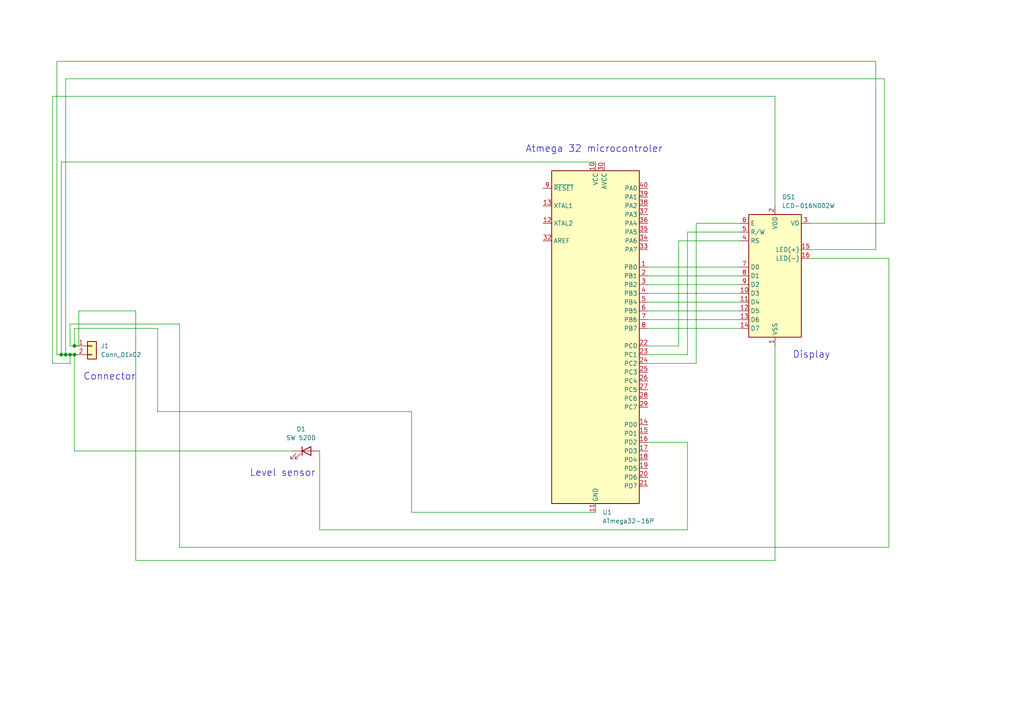
<source format=kicad_sch>
(kicad_sch (version 20211123) (generator eeschema)

  (uuid 84ada817-ad78-47de-84f9-6ed0c27dd57f)

  (paper "A4")

  (title_block
    (title "Level sensor")
  )

  (lib_symbols
    (symbol "Connector_Generic:Conn_01x02" (pin_names (offset 1.016) hide) (in_bom yes) (on_board yes)
      (property "Reference" "J" (id 0) (at 0 2.54 0)
        (effects (font (size 1.27 1.27)))
      )
      (property "Value" "Conn_01x02" (id 1) (at 0 -5.08 0)
        (effects (font (size 1.27 1.27)))
      )
      (property "Footprint" "" (id 2) (at 0 0 0)
        (effects (font (size 1.27 1.27)) hide)
      )
      (property "Datasheet" "~" (id 3) (at 0 0 0)
        (effects (font (size 1.27 1.27)) hide)
      )
      (property "ki_keywords" "connector" (id 4) (at 0 0 0)
        (effects (font (size 1.27 1.27)) hide)
      )
      (property "ki_description" "Generic connector, single row, 01x02, script generated (kicad-library-utils/schlib/autogen/connector/)" (id 5) (at 0 0 0)
        (effects (font (size 1.27 1.27)) hide)
      )
      (property "ki_fp_filters" "Connector*:*_1x??_*" (id 6) (at 0 0 0)
        (effects (font (size 1.27 1.27)) hide)
      )
      (symbol "Conn_01x02_1_1"
        (rectangle (start -1.27 -2.413) (end 0 -2.667)
          (stroke (width 0.1524) (type default) (color 0 0 0 0))
          (fill (type none))
        )
        (rectangle (start -1.27 0.127) (end 0 -0.127)
          (stroke (width 0.1524) (type default) (color 0 0 0 0))
          (fill (type none))
        )
        (rectangle (start -1.27 1.27) (end 1.27 -3.81)
          (stroke (width 0.254) (type default) (color 0 0 0 0))
          (fill (type background))
        )
        (pin passive line (at -5.08 0 0) (length 3.81)
          (name "Pin_1" (effects (font (size 1.27 1.27))))
          (number "1" (effects (font (size 1.27 1.27))))
        )
        (pin passive line (at -5.08 -2.54 0) (length 3.81)
          (name "Pin_2" (effects (font (size 1.27 1.27))))
          (number "2" (effects (font (size 1.27 1.27))))
        )
      )
    )
    (symbol "Device:LED" (pin_numbers hide) (pin_names (offset 1.016) hide) (in_bom yes) (on_board yes)
      (property "Reference" "D" (id 0) (at 0 2.54 0)
        (effects (font (size 1.27 1.27)))
      )
      (property "Value" "LED" (id 1) (at 0 -2.54 0)
        (effects (font (size 1.27 1.27)))
      )
      (property "Footprint" "" (id 2) (at 0 0 0)
        (effects (font (size 1.27 1.27)) hide)
      )
      (property "Datasheet" "~" (id 3) (at 0 0 0)
        (effects (font (size 1.27 1.27)) hide)
      )
      (property "ki_keywords" "LED diode" (id 4) (at 0 0 0)
        (effects (font (size 1.27 1.27)) hide)
      )
      (property "ki_description" "Light emitting diode" (id 5) (at 0 0 0)
        (effects (font (size 1.27 1.27)) hide)
      )
      (property "ki_fp_filters" "LED* LED_SMD:* LED_THT:*" (id 6) (at 0 0 0)
        (effects (font (size 1.27 1.27)) hide)
      )
      (symbol "LED_0_1"
        (polyline
          (pts
            (xy -1.27 -1.27)
            (xy -1.27 1.27)
          )
          (stroke (width 0.254) (type default) (color 0 0 0 0))
          (fill (type none))
        )
        (polyline
          (pts
            (xy -1.27 0)
            (xy 1.27 0)
          )
          (stroke (width 0) (type default) (color 0 0 0 0))
          (fill (type none))
        )
        (polyline
          (pts
            (xy 1.27 -1.27)
            (xy 1.27 1.27)
            (xy -1.27 0)
            (xy 1.27 -1.27)
          )
          (stroke (width 0.254) (type default) (color 0 0 0 0))
          (fill (type none))
        )
        (polyline
          (pts
            (xy -3.048 -0.762)
            (xy -4.572 -2.286)
            (xy -3.81 -2.286)
            (xy -4.572 -2.286)
            (xy -4.572 -1.524)
          )
          (stroke (width 0) (type default) (color 0 0 0 0))
          (fill (type none))
        )
        (polyline
          (pts
            (xy -1.778 -0.762)
            (xy -3.302 -2.286)
            (xy -2.54 -2.286)
            (xy -3.302 -2.286)
            (xy -3.302 -1.524)
          )
          (stroke (width 0) (type default) (color 0 0 0 0))
          (fill (type none))
        )
      )
      (symbol "LED_1_1"
        (pin passive line (at -3.81 0 0) (length 2.54)
          (name "K" (effects (font (size 1.27 1.27))))
          (number "1" (effects (font (size 1.27 1.27))))
        )
        (pin passive line (at 3.81 0 180) (length 2.54)
          (name "A" (effects (font (size 1.27 1.27))))
          (number "2" (effects (font (size 1.27 1.27))))
        )
      )
    )
    (symbol "Display_Character:WC1602A" (in_bom yes) (on_board yes)
      (property "Reference" "DS" (id 0) (at -5.842 19.05 0)
        (effects (font (size 1.27 1.27)))
      )
      (property "Value" "WC1602A" (id 1) (at 5.334 19.05 0)
        (effects (font (size 1.27 1.27)))
      )
      (property "Footprint" "Display:WC1602A" (id 2) (at 0 -22.86 0)
        (effects (font (size 1.27 1.27) italic) hide)
      )
      (property "Datasheet" "http://www.wincomlcd.com/pdf/WC1602A-SFYLYHTC06.pdf" (id 3) (at 17.78 0 0)
        (effects (font (size 1.27 1.27)) hide)
      )
      (property "ki_keywords" "display LCD dot-matrix" (id 4) (at 0 0 0)
        (effects (font (size 1.27 1.27)) hide)
      )
      (property "ki_description" "LCD 16x2 Alphanumeric , 8 bit parallel bus, 5V VDD" (id 5) (at 0 0 0)
        (effects (font (size 1.27 1.27)) hide)
      )
      (property "ki_fp_filters" "*WC*1602A*" (id 6) (at 0 0 0)
        (effects (font (size 1.27 1.27)) hide)
      )
      (symbol "WC1602A_1_1"
        (rectangle (start -7.62 17.78) (end 7.62 -17.78)
          (stroke (width 0.254) (type default) (color 0 0 0 0))
          (fill (type background))
        )
        (pin power_in line (at 0 -20.32 90) (length 2.54)
          (name "VSS" (effects (font (size 1.27 1.27))))
          (number "1" (effects (font (size 1.27 1.27))))
        )
        (pin input line (at -10.16 -5.08 0) (length 2.54)
          (name "D3" (effects (font (size 1.27 1.27))))
          (number "10" (effects (font (size 1.27 1.27))))
        )
        (pin input line (at -10.16 -7.62 0) (length 2.54)
          (name "D4" (effects (font (size 1.27 1.27))))
          (number "11" (effects (font (size 1.27 1.27))))
        )
        (pin input line (at -10.16 -10.16 0) (length 2.54)
          (name "D5" (effects (font (size 1.27 1.27))))
          (number "12" (effects (font (size 1.27 1.27))))
        )
        (pin input line (at -10.16 -12.7 0) (length 2.54)
          (name "D6" (effects (font (size 1.27 1.27))))
          (number "13" (effects (font (size 1.27 1.27))))
        )
        (pin input line (at -10.16 -15.24 0) (length 2.54)
          (name "D7" (effects (font (size 1.27 1.27))))
          (number "14" (effects (font (size 1.27 1.27))))
        )
        (pin power_in line (at 10.16 7.62 180) (length 2.54)
          (name "LED(+)" (effects (font (size 1.27 1.27))))
          (number "15" (effects (font (size 1.27 1.27))))
        )
        (pin power_in line (at 10.16 5.08 180) (length 2.54)
          (name "LED(-)" (effects (font (size 1.27 1.27))))
          (number "16" (effects (font (size 1.27 1.27))))
        )
        (pin power_in line (at 0 20.32 270) (length 2.54)
          (name "VDD" (effects (font (size 1.27 1.27))))
          (number "2" (effects (font (size 1.27 1.27))))
        )
        (pin input line (at 10.16 15.24 180) (length 2.54)
          (name "VO" (effects (font (size 1.27 1.27))))
          (number "3" (effects (font (size 1.27 1.27))))
        )
        (pin input line (at -10.16 10.16 0) (length 2.54)
          (name "RS" (effects (font (size 1.27 1.27))))
          (number "4" (effects (font (size 1.27 1.27))))
        )
        (pin input line (at -10.16 12.7 0) (length 2.54)
          (name "R/W" (effects (font (size 1.27 1.27))))
          (number "5" (effects (font (size 1.27 1.27))))
        )
        (pin input line (at -10.16 15.24 0) (length 2.54)
          (name "E" (effects (font (size 1.27 1.27))))
          (number "6" (effects (font (size 1.27 1.27))))
        )
        (pin input line (at -10.16 2.54 0) (length 2.54)
          (name "D0" (effects (font (size 1.27 1.27))))
          (number "7" (effects (font (size 1.27 1.27))))
        )
        (pin input line (at -10.16 0 0) (length 2.54)
          (name "D1" (effects (font (size 1.27 1.27))))
          (number "8" (effects (font (size 1.27 1.27))))
        )
        (pin input line (at -10.16 -2.54 0) (length 2.54)
          (name "D2" (effects (font (size 1.27 1.27))))
          (number "9" (effects (font (size 1.27 1.27))))
        )
      )
    )
    (symbol "MCU_Microchip_ATmega:ATmega32-16P" (in_bom yes) (on_board yes)
      (property "Reference" "U" (id 0) (at -12.7 49.53 0)
        (effects (font (size 1.27 1.27)) (justify left bottom))
      )
      (property "Value" "ATmega32-16P" (id 1) (at 2.54 -49.53 0)
        (effects (font (size 1.27 1.27)) (justify left top))
      )
      (property "Footprint" "Package_DIP:DIP-40_W15.24mm" (id 2) (at 0 0 0)
        (effects (font (size 1.27 1.27) italic) hide)
      )
      (property "Datasheet" "http://ww1.microchip.com/downloads/en/DeviceDoc/doc2503.pdf" (id 3) (at 0 0 0)
        (effects (font (size 1.27 1.27)) hide)
      )
      (property "ki_keywords" "AVR 8bit Microcontroller MegaAVR" (id 4) (at 0 0 0)
        (effects (font (size 1.27 1.27)) hide)
      )
      (property "ki_description" "16MHz, 32kB Flash, 2kB SRAM, 1kB EEPROM, JTAG, DIP-40" (id 5) (at 0 0 0)
        (effects (font (size 1.27 1.27)) hide)
      )
      (property "ki_fp_filters" "DIP*W15.24mm*" (id 6) (at 0 0 0)
        (effects (font (size 1.27 1.27)) hide)
      )
      (symbol "ATmega32-16P_0_1"
        (rectangle (start -12.7 -48.26) (end 12.7 48.26)
          (stroke (width 0.254) (type default) (color 0 0 0 0))
          (fill (type background))
        )
      )
      (symbol "ATmega32-16P_1_1"
        (pin bidirectional line (at 15.24 20.32 180) (length 2.54)
          (name "PB0" (effects (font (size 1.27 1.27))))
          (number "1" (effects (font (size 1.27 1.27))))
        )
        (pin power_in line (at 0 50.8 270) (length 2.54)
          (name "VCC" (effects (font (size 1.27 1.27))))
          (number "10" (effects (font (size 1.27 1.27))))
        )
        (pin power_in line (at 0 -50.8 90) (length 2.54)
          (name "GND" (effects (font (size 1.27 1.27))))
          (number "11" (effects (font (size 1.27 1.27))))
        )
        (pin output line (at -15.24 33.02 0) (length 2.54)
          (name "XTAL2" (effects (font (size 1.27 1.27))))
          (number "12" (effects (font (size 1.27 1.27))))
        )
        (pin input line (at -15.24 38.1 0) (length 2.54)
          (name "XTAL1" (effects (font (size 1.27 1.27))))
          (number "13" (effects (font (size 1.27 1.27))))
        )
        (pin bidirectional line (at 15.24 -25.4 180) (length 2.54)
          (name "PD0" (effects (font (size 1.27 1.27))))
          (number "14" (effects (font (size 1.27 1.27))))
        )
        (pin bidirectional line (at 15.24 -27.94 180) (length 2.54)
          (name "PD1" (effects (font (size 1.27 1.27))))
          (number "15" (effects (font (size 1.27 1.27))))
        )
        (pin bidirectional line (at 15.24 -30.48 180) (length 2.54)
          (name "PD2" (effects (font (size 1.27 1.27))))
          (number "16" (effects (font (size 1.27 1.27))))
        )
        (pin bidirectional line (at 15.24 -33.02 180) (length 2.54)
          (name "PD3" (effects (font (size 1.27 1.27))))
          (number "17" (effects (font (size 1.27 1.27))))
        )
        (pin bidirectional line (at 15.24 -35.56 180) (length 2.54)
          (name "PD4" (effects (font (size 1.27 1.27))))
          (number "18" (effects (font (size 1.27 1.27))))
        )
        (pin bidirectional line (at 15.24 -38.1 180) (length 2.54)
          (name "PD5" (effects (font (size 1.27 1.27))))
          (number "19" (effects (font (size 1.27 1.27))))
        )
        (pin bidirectional line (at 15.24 17.78 180) (length 2.54)
          (name "PB1" (effects (font (size 1.27 1.27))))
          (number "2" (effects (font (size 1.27 1.27))))
        )
        (pin bidirectional line (at 15.24 -40.64 180) (length 2.54)
          (name "PD6" (effects (font (size 1.27 1.27))))
          (number "20" (effects (font (size 1.27 1.27))))
        )
        (pin bidirectional line (at 15.24 -43.18 180) (length 2.54)
          (name "PD7" (effects (font (size 1.27 1.27))))
          (number "21" (effects (font (size 1.27 1.27))))
        )
        (pin bidirectional line (at 15.24 -2.54 180) (length 2.54)
          (name "PC0" (effects (font (size 1.27 1.27))))
          (number "22" (effects (font (size 1.27 1.27))))
        )
        (pin bidirectional line (at 15.24 -5.08 180) (length 2.54)
          (name "PC1" (effects (font (size 1.27 1.27))))
          (number "23" (effects (font (size 1.27 1.27))))
        )
        (pin bidirectional line (at 15.24 -7.62 180) (length 2.54)
          (name "PC2" (effects (font (size 1.27 1.27))))
          (number "24" (effects (font (size 1.27 1.27))))
        )
        (pin bidirectional line (at 15.24 -10.16 180) (length 2.54)
          (name "PC3" (effects (font (size 1.27 1.27))))
          (number "25" (effects (font (size 1.27 1.27))))
        )
        (pin bidirectional line (at 15.24 -12.7 180) (length 2.54)
          (name "PC4" (effects (font (size 1.27 1.27))))
          (number "26" (effects (font (size 1.27 1.27))))
        )
        (pin bidirectional line (at 15.24 -15.24 180) (length 2.54)
          (name "PC5" (effects (font (size 1.27 1.27))))
          (number "27" (effects (font (size 1.27 1.27))))
        )
        (pin bidirectional line (at 15.24 -17.78 180) (length 2.54)
          (name "PC6" (effects (font (size 1.27 1.27))))
          (number "28" (effects (font (size 1.27 1.27))))
        )
        (pin bidirectional line (at 15.24 -20.32 180) (length 2.54)
          (name "PC7" (effects (font (size 1.27 1.27))))
          (number "29" (effects (font (size 1.27 1.27))))
        )
        (pin bidirectional line (at 15.24 15.24 180) (length 2.54)
          (name "PB2" (effects (font (size 1.27 1.27))))
          (number "3" (effects (font (size 1.27 1.27))))
        )
        (pin power_in line (at 2.54 50.8 270) (length 2.54)
          (name "AVCC" (effects (font (size 1.27 1.27))))
          (number "30" (effects (font (size 1.27 1.27))))
        )
        (pin passive line (at 0 -50.8 90) (length 2.54) hide
          (name "GND" (effects (font (size 1.27 1.27))))
          (number "31" (effects (font (size 1.27 1.27))))
        )
        (pin passive line (at -15.24 27.94 0) (length 2.54)
          (name "AREF" (effects (font (size 1.27 1.27))))
          (number "32" (effects (font (size 1.27 1.27))))
        )
        (pin bidirectional line (at 15.24 25.4 180) (length 2.54)
          (name "PA7" (effects (font (size 1.27 1.27))))
          (number "33" (effects (font (size 1.27 1.27))))
        )
        (pin bidirectional line (at 15.24 27.94 180) (length 2.54)
          (name "PA6" (effects (font (size 1.27 1.27))))
          (number "34" (effects (font (size 1.27 1.27))))
        )
        (pin bidirectional line (at 15.24 30.48 180) (length 2.54)
          (name "PA5" (effects (font (size 1.27 1.27))))
          (number "35" (effects (font (size 1.27 1.27))))
        )
        (pin bidirectional line (at 15.24 33.02 180) (length 2.54)
          (name "PA4" (effects (font (size 1.27 1.27))))
          (number "36" (effects (font (size 1.27 1.27))))
        )
        (pin bidirectional line (at 15.24 35.56 180) (length 2.54)
          (name "PA3" (effects (font (size 1.27 1.27))))
          (number "37" (effects (font (size 1.27 1.27))))
        )
        (pin bidirectional line (at 15.24 38.1 180) (length 2.54)
          (name "PA2" (effects (font (size 1.27 1.27))))
          (number "38" (effects (font (size 1.27 1.27))))
        )
        (pin bidirectional line (at 15.24 40.64 180) (length 2.54)
          (name "PA1" (effects (font (size 1.27 1.27))))
          (number "39" (effects (font (size 1.27 1.27))))
        )
        (pin bidirectional line (at 15.24 12.7 180) (length 2.54)
          (name "PB3" (effects (font (size 1.27 1.27))))
          (number "4" (effects (font (size 1.27 1.27))))
        )
        (pin bidirectional line (at 15.24 43.18 180) (length 2.54)
          (name "PA0" (effects (font (size 1.27 1.27))))
          (number "40" (effects (font (size 1.27 1.27))))
        )
        (pin bidirectional line (at 15.24 10.16 180) (length 2.54)
          (name "PB4" (effects (font (size 1.27 1.27))))
          (number "5" (effects (font (size 1.27 1.27))))
        )
        (pin bidirectional line (at 15.24 7.62 180) (length 2.54)
          (name "PB5" (effects (font (size 1.27 1.27))))
          (number "6" (effects (font (size 1.27 1.27))))
        )
        (pin bidirectional line (at 15.24 5.08 180) (length 2.54)
          (name "PB6" (effects (font (size 1.27 1.27))))
          (number "7" (effects (font (size 1.27 1.27))))
        )
        (pin bidirectional line (at 15.24 2.54 180) (length 2.54)
          (name "PB7" (effects (font (size 1.27 1.27))))
          (number "8" (effects (font (size 1.27 1.27))))
        )
        (pin input line (at -15.24 43.18 0) (length 2.54)
          (name "~{RESET}" (effects (font (size 1.27 1.27))))
          (number "9" (effects (font (size 1.27 1.27))))
        )
      )
    )
  )

  (junction (at 17.78 102.87) (diameter 0) (color 0 0 0 0)
    (uuid 3f036fda-3942-4271-96a0-4641b1c5f429)
  )
  (junction (at 19.05 102.87) (diameter 0) (color 0 0 0 0)
    (uuid 47c5ead2-f07e-41ed-aa2a-db0eefad8a62)
  )
  (junction (at 21.59 100.33) (diameter 0) (color 0 0 0 0)
    (uuid 9bc9323f-b47c-4191-b9b7-29a6d1e209d5)
  )
  (junction (at 20.32 102.87) (diameter 0) (color 0 0 0 0)
    (uuid b904c064-14dc-4d17-ad03-3dc4e7a45ec4)
  )
  (junction (at 21.59 102.87) (diameter 0) (color 0 0 0 0)
    (uuid e3cb42d6-c72a-42ac-91a7-5474d54c3701)
  )

  (wire (pts (xy 214.63 67.31) (xy 199.39 67.31))
    (stroke (width 0) (type default) (color 0 0 0 0))
    (uuid 02c561d4-8fcb-4517-87f4-d93dae88fa73)
  )
  (wire (pts (xy 21.59 102.87) (xy 21.59 130.81))
    (stroke (width 0) (type default) (color 0 0 0 0))
    (uuid 0c14f8ae-e40b-499f-b2e8-7b23121b88bd)
  )
  (wire (pts (xy 234.95 64.77) (xy 256.54 64.77))
    (stroke (width 0) (type default) (color 0 0 0 0))
    (uuid 0ef06eb2-b585-4f96-a34f-3f1ff70e84ed)
  )
  (wire (pts (xy 187.96 77.47) (xy 214.63 77.47))
    (stroke (width 0) (type default) (color 0 0 0 0))
    (uuid 1834ff3a-2d5f-4d51-a878-42d53dab2640)
  )
  (wire (pts (xy 257.81 158.75) (xy 52.07 158.75))
    (stroke (width 0) (type default) (color 0 0 0 0))
    (uuid 24206dc4-831b-4e81-b34d-bcae27dff468)
  )
  (wire (pts (xy 187.96 85.09) (xy 214.63 85.09))
    (stroke (width 0) (type default) (color 0 0 0 0))
    (uuid 248b4bf2-09a3-4155-bcb2-746015f90c9c)
  )
  (wire (pts (xy 21.59 130.81) (xy 85.09 130.81))
    (stroke (width 0) (type default) (color 0 0 0 0))
    (uuid 29cfb9a1-e0f2-4e29-b757-4df2e071a313)
  )
  (wire (pts (xy 119.38 148.59) (xy 119.38 119.38))
    (stroke (width 0) (type default) (color 0 0 0 0))
    (uuid 312cf7c9-673a-48b4-8bdb-7433a1988123)
  )
  (wire (pts (xy 224.79 162.56) (xy 39.37 162.56))
    (stroke (width 0) (type default) (color 0 0 0 0))
    (uuid 32e824d5-2af0-4492-ae13-8d43cd2d203c)
  )
  (wire (pts (xy 201.93 105.41) (xy 187.96 105.41))
    (stroke (width 0) (type default) (color 0 0 0 0))
    (uuid 36bcd909-641f-4b05-9aa4-ab2d8d7f3d6f)
  )
  (wire (pts (xy 19.05 102.87) (xy 20.32 102.87))
    (stroke (width 0) (type default) (color 0 0 0 0))
    (uuid 39119834-7629-473f-99f5-900d9cf03e20)
  )
  (wire (pts (xy 17.78 102.87) (xy 19.05 102.87))
    (stroke (width 0) (type default) (color 0 0 0 0))
    (uuid 40b0243d-83ac-4d57-adb7-61306c0f8aa5)
  )
  (wire (pts (xy 224.79 59.69) (xy 224.79 27.94))
    (stroke (width 0) (type default) (color 0 0 0 0))
    (uuid 49c31dbb-42f9-4cf6-b6ef-0fe3a5f18628)
  )
  (wire (pts (xy 187.96 92.71) (xy 214.63 92.71))
    (stroke (width 0) (type default) (color 0 0 0 0))
    (uuid 51848209-4fb7-41d3-b0a8-0c998868186f)
  )
  (wire (pts (xy 199.39 67.31) (xy 199.39 102.87))
    (stroke (width 0) (type default) (color 0 0 0 0))
    (uuid 545e7f13-a12f-476a-a1d5-ce0ca95db601)
  )
  (wire (pts (xy 20.32 102.87) (xy 21.59 102.87))
    (stroke (width 0) (type default) (color 0 0 0 0))
    (uuid 586f1620-2357-47e0-afb8-c1c4b1ed3291)
  )
  (wire (pts (xy 199.39 102.87) (xy 187.96 102.87))
    (stroke (width 0) (type default) (color 0 0 0 0))
    (uuid 5ecfff37-c085-49cb-b595-a3fc08b4eb3c)
  )
  (wire (pts (xy 17.78 46.99) (xy 17.78 102.87))
    (stroke (width 0) (type default) (color 0 0 0 0))
    (uuid 6738245c-3469-461e-b7de-9e29fca691a5)
  )
  (wire (pts (xy 187.96 87.63) (xy 214.63 87.63))
    (stroke (width 0) (type default) (color 0 0 0 0))
    (uuid 6f3b1fa6-aa2d-4027-b753-153877a56d6f)
  )
  (wire (pts (xy 187.96 100.33) (xy 196.85 100.33))
    (stroke (width 0) (type default) (color 0 0 0 0))
    (uuid 6f81f3fd-82b0-459d-87dd-2be602dc0e78)
  )
  (wire (pts (xy 214.63 64.77) (xy 201.93 64.77))
    (stroke (width 0) (type default) (color 0 0 0 0))
    (uuid 712c4b51-0e39-4665-9fc8-8f8a06eb0aa8)
  )
  (wire (pts (xy 187.96 82.55) (xy 214.63 82.55))
    (stroke (width 0) (type default) (color 0 0 0 0))
    (uuid 71fcb1f8-3cec-4b47-a9dc-829718235e7d)
  )
  (wire (pts (xy 234.95 74.93) (xy 257.81 74.93))
    (stroke (width 0) (type default) (color 0 0 0 0))
    (uuid 75b555a2-790d-48f6-8ed9-03fef702b67e)
  )
  (wire (pts (xy 20.32 105.41) (xy 20.32 102.87))
    (stroke (width 0) (type default) (color 0 0 0 0))
    (uuid 79edd4fd-5400-4728-bbd6-484f0f34ed18)
  )
  (wire (pts (xy 196.85 100.33) (xy 196.85 69.85))
    (stroke (width 0) (type default) (color 0 0 0 0))
    (uuid 7afa0f47-7ed7-4a8c-8801-432d46a5a76c)
  )
  (wire (pts (xy 20.32 93.98) (xy 20.32 100.33))
    (stroke (width 0) (type default) (color 0 0 0 0))
    (uuid 7c021ce7-44fc-4e71-a7d0-1c89ad982fc9)
  )
  (wire (pts (xy 256.54 22.86) (xy 19.05 22.86))
    (stroke (width 0) (type default) (color 0 0 0 0))
    (uuid 7e8b56d0-19eb-4026-a26e-c85a454e3f24)
  )
  (wire (pts (xy 187.96 95.25) (xy 214.63 95.25))
    (stroke (width 0) (type default) (color 0 0 0 0))
    (uuid 8bb5a5f9-7af0-4d26-b70c-f29a57a735ee)
  )
  (wire (pts (xy 39.37 162.56) (xy 39.37 90.17))
    (stroke (width 0) (type default) (color 0 0 0 0))
    (uuid 92efdd6b-d61d-45ef-815a-d6bff0c0f5f9)
  )
  (wire (pts (xy 52.07 158.75) (xy 52.07 93.98))
    (stroke (width 0) (type default) (color 0 0 0 0))
    (uuid 93751638-4753-4ccc-97ec-69780431d409)
  )
  (wire (pts (xy 15.24 27.94) (xy 15.24 105.41))
    (stroke (width 0) (type default) (color 0 0 0 0))
    (uuid 9501080e-d74a-4489-9f12-7725764781c8)
  )
  (wire (pts (xy 199.39 128.27) (xy 187.96 128.27))
    (stroke (width 0) (type default) (color 0 0 0 0))
    (uuid 96b20e16-704c-421c-adc5-b08c7255dd5c)
  )
  (wire (pts (xy 224.79 27.94) (xy 15.24 27.94))
    (stroke (width 0) (type default) (color 0 0 0 0))
    (uuid 9d4d00f0-2c99-4483-b754-c07b6fcf5220)
  )
  (wire (pts (xy 21.59 95.25) (xy 21.59 100.33))
    (stroke (width 0) (type default) (color 0 0 0 0))
    (uuid 9dab5829-3444-45c7-91ad-397e4f42aabf)
  )
  (wire (pts (xy 254 72.39) (xy 254 17.78))
    (stroke (width 0) (type default) (color 0 0 0 0))
    (uuid 9f742acb-ff7c-4a30-825a-60de8894abb9)
  )
  (wire (pts (xy 39.37 90.17) (xy 22.86 90.17))
    (stroke (width 0) (type default) (color 0 0 0 0))
    (uuid a006c5c9-8a85-4bfc-868d-e964d0e775dd)
  )
  (wire (pts (xy 199.39 153.67) (xy 199.39 128.27))
    (stroke (width 0) (type default) (color 0 0 0 0))
    (uuid a04bb38c-0094-4efd-a1b4-a52b7a101df8)
  )
  (wire (pts (xy 52.07 93.98) (xy 20.32 93.98))
    (stroke (width 0) (type default) (color 0 0 0 0))
    (uuid a1817511-8ffe-404b-89f3-84411013b010)
  )
  (wire (pts (xy 172.72 148.59) (xy 119.38 148.59))
    (stroke (width 0) (type default) (color 0 0 0 0))
    (uuid a289b637-ba92-456e-b05d-197c2bc96ab2)
  )
  (wire (pts (xy 92.71 130.81) (xy 92.71 153.67))
    (stroke (width 0) (type default) (color 0 0 0 0))
    (uuid a4fbbed2-7d56-4f89-939e-d95eccc870b4)
  )
  (wire (pts (xy 256.54 64.77) (xy 256.54 22.86))
    (stroke (width 0) (type default) (color 0 0 0 0))
    (uuid aa5fba8c-56cc-4c8a-a9f5-98b31ddbc52d)
  )
  (wire (pts (xy 15.24 105.41) (xy 20.32 105.41))
    (stroke (width 0) (type default) (color 0 0 0 0))
    (uuid aa8a2699-1dd2-4912-af7f-3a3d65b83211)
  )
  (wire (pts (xy 234.95 72.39) (xy 254 72.39))
    (stroke (width 0) (type default) (color 0 0 0 0))
    (uuid ba35fea4-187b-4717-a129-3e9b834eefbb)
  )
  (wire (pts (xy 224.79 100.33) (xy 224.79 162.56))
    (stroke (width 0) (type default) (color 0 0 0 0))
    (uuid bc20f070-fc23-419f-953f-b3112c278908)
  )
  (wire (pts (xy 22.86 90.17) (xy 22.86 100.33))
    (stroke (width 0) (type default) (color 0 0 0 0))
    (uuid bd192297-7786-47dc-9e57-71b4fa3a2c2e)
  )
  (wire (pts (xy 19.05 22.86) (xy 19.05 102.87))
    (stroke (width 0) (type default) (color 0 0 0 0))
    (uuid c15c1419-e6c2-41bc-b133-33c149f60bad)
  )
  (wire (pts (xy 196.85 69.85) (xy 214.63 69.85))
    (stroke (width 0) (type default) (color 0 0 0 0))
    (uuid c8b50bab-4530-4659-a600-e989da34b184)
  )
  (wire (pts (xy 20.32 100.33) (xy 21.59 100.33))
    (stroke (width 0) (type default) (color 0 0 0 0))
    (uuid c9b7e6d7-de25-434b-b665-dfdd95ccd049)
  )
  (wire (pts (xy 92.71 153.67) (xy 199.39 153.67))
    (stroke (width 0) (type default) (color 0 0 0 0))
    (uuid caeeefa3-54c4-472a-bb93-6828e3779736)
  )
  (wire (pts (xy 172.72 46.99) (xy 17.78 46.99))
    (stroke (width 0) (type default) (color 0 0 0 0))
    (uuid cb8d1d4d-bba1-4445-9bd2-d6b0c8d1e1b5)
  )
  (wire (pts (xy 187.96 90.17) (xy 214.63 90.17))
    (stroke (width 0) (type default) (color 0 0 0 0))
    (uuid cca6ebbb-f16f-47d3-a36d-de9d49682635)
  )
  (wire (pts (xy 45.72 119.38) (xy 45.72 95.25))
    (stroke (width 0) (type default) (color 0 0 0 0))
    (uuid cf5aadcf-3c7c-43a7-a8db-cf8103bad7a8)
  )
  (wire (pts (xy 201.93 64.77) (xy 201.93 105.41))
    (stroke (width 0) (type default) (color 0 0 0 0))
    (uuid d1748230-e797-40ed-8d17-544fbdbb430b)
  )
  (wire (pts (xy 22.86 100.33) (xy 21.59 100.33))
    (stroke (width 0) (type default) (color 0 0 0 0))
    (uuid d193de53-e033-42e2-8b85-dbedbb7a681d)
  )
  (wire (pts (xy 257.81 74.93) (xy 257.81 158.75))
    (stroke (width 0) (type default) (color 0 0 0 0))
    (uuid d2a4b639-875b-4759-9e5d-cdaa07ec6eab)
  )
  (wire (pts (xy 254 17.78) (xy 16.51 17.78))
    (stroke (width 0) (type default) (color 0 0 0 0))
    (uuid d55d666f-a9c2-46aa-a11d-f76ecf5eaa92)
  )
  (wire (pts (xy 45.72 95.25) (xy 21.59 95.25))
    (stroke (width 0) (type default) (color 0 0 0 0))
    (uuid d7dba73c-b816-4c92-97fa-816ca7a38271)
  )
  (wire (pts (xy 119.38 119.38) (xy 45.72 119.38))
    (stroke (width 0) (type default) (color 0 0 0 0))
    (uuid e8ee1c51-c01c-495a-9211-fb147ccea335)
  )
  (wire (pts (xy 16.51 102.87) (xy 17.78 102.87))
    (stroke (width 0) (type default) (color 0 0 0 0))
    (uuid e9ab4fc7-f1c5-486d-9866-a634d321f607)
  )
  (wire (pts (xy 187.96 80.01) (xy 214.63 80.01))
    (stroke (width 0) (type default) (color 0 0 0 0))
    (uuid f54bfa8f-f5ff-46e4-843a-df58068212f7)
  )
  (wire (pts (xy 16.51 17.78) (xy 16.51 102.87))
    (stroke (width 0) (type default) (color 0 0 0 0))
    (uuid f55700b8-b2e3-42f4-bdc7-e96f4fa3f30f)
  )

  (text "Level sensor" (at 72.39 138.43 0)
    (effects (font (size 2 2)) (justify left bottom))
    (uuid 010b31ad-a35b-4538-9986-2fc8aeedb5ce)
  )
  (text "Atmega 32 microcontroler" (at 152.4 44.45 0)
    (effects (font (size 2 2)) (justify left bottom))
    (uuid 1580a1b1-4cbb-4219-b4ff-205151684692)
  )
  (text "Connector " (at 24.13 110.49 0)
    (effects (font (size 2 2)) (justify left bottom))
    (uuid 196723d8-3c71-4d11-b149-0e7f6276b906)
  )
  (text "Display" (at 229.87 104.14 0)
    (effects (font (size 2 2)) (justify left bottom))
    (uuid 67b263d5-dc33-45ec-9511-cb0006d6d183)
  )

  (symbol (lib_id "Device:LED") (at 88.9 130.81 0) (unit 1)
    (in_bom yes) (on_board yes) (fields_autoplaced)
    (uuid 27877cf5-57cc-4b72-9993-b591551a6ce3)
    (property "Reference" "D1" (id 0) (at 87.3125 124.46 0))
    (property "Value" "SW 520D" (id 1) (at 87.3125 127 0))
    (property "Footprint" "LED_THT:LED_D5.0mm_Clear" (id 2) (at 88.9 130.81 0)
      (effects (font (size 1.27 1.27)) hide)
    )
    (property "Datasheet" "~" (id 3) (at 88.9 130.81 0)
      (effects (font (size 1.27 1.27)) hide)
    )
    (pin "1" (uuid 5284754f-b93e-4197-b042-f562db94f24b))
    (pin "2" (uuid 9ec46361-fc02-4fa9-b1bc-cff85e4af9e8))
  )

  (symbol (lib_id "Connector_Generic:Conn_01x02") (at 26.67 100.33 0) (unit 1)
    (in_bom yes) (on_board yes) (fields_autoplaced)
    (uuid b9c449d9-c3a0-44a0-aa84-373e46d67548)
    (property "Reference" "J1" (id 0) (at 29.21 100.3299 0)
      (effects (font (size 1.27 1.27)) (justify left))
    )
    (property "Value" "Conn_01x02" (id 1) (at 29.21 102.8699 0)
      (effects (font (size 1.27 1.27)) (justify left))
    )
    (property "Footprint" "Connector_PinHeader_2.54mm:PinHeader_1x02_P2.54mm_Vertical" (id 2) (at 26.67 100.33 0)
      (effects (font (size 1.27 1.27)) hide)
    )
    (property "Datasheet" "~" (id 3) (at 26.67 100.33 0)
      (effects (font (size 1.27 1.27)) hide)
    )
    (pin "1" (uuid ed7f6bc2-d2d9-403a-b08e-d3f1d45fdf79))
    (pin "2" (uuid 2dd44885-1126-4425-9994-fb690ec092ba))
  )

  (symbol (lib_id "Display_Character:WC1602A") (at 224.79 80.01 0) (unit 1)
    (in_bom yes) (on_board yes) (fields_autoplaced)
    (uuid f159439d-b7d3-4caf-bf93-d635d5cdf404)
    (property "Reference" "DS1" (id 0) (at 226.8094 57.15 0)
      (effects (font (size 1.27 1.27)) (justify left))
    )
    (property "Value" "LCD-016N002W" (id 1) (at 226.8094 59.69 0)
      (effects (font (size 1.27 1.27)) (justify left))
    )
    (property "Footprint" "Display:WC1602A" (id 2) (at 224.79 102.87 0)
      (effects (font (size 1.27 1.27) italic) hide)
    )
    (property "Datasheet" "http://www.wincomlcd.com/pdf/WC1602A-SFYLYHTC06.pdf" (id 3) (at 242.57 80.01 0)
      (effects (font (size 1.27 1.27)) hide)
    )
    (pin "1" (uuid be3bd48f-c382-4a2a-a9c7-d177b9b50952))
    (pin "10" (uuid f7227fce-f97b-495a-81f4-b444577a567b))
    (pin "11" (uuid dbc68b72-d453-41fe-bfbf-becb79057337))
    (pin "12" (uuid 605fee47-9280-4b7a-8a28-4aa1bba0bc88))
    (pin "13" (uuid c68e192d-fd45-4740-b1a0-3eede48e3584))
    (pin "14" (uuid 298d2fc6-ddce-469b-b6f9-94d961154a05))
    (pin "15" (uuid e0574300-4c5f-427d-96ce-d8e6b60e74cc))
    (pin "16" (uuid ababda09-6bed-403b-91c1-e24141ea3cd0))
    (pin "2" (uuid df8d4310-6ac2-4b75-9de9-2dd098948020))
    (pin "3" (uuid 8453ca55-c71b-4ab3-80a7-3e518e885468))
    (pin "4" (uuid 25706ec8-0226-4ae4-a1e1-92a59a6986a1))
    (pin "5" (uuid c3439df2-db93-480e-9556-8aa576b2f3f9))
    (pin "6" (uuid 8fbc8664-5c5b-4d5e-b37f-88aec39032c0))
    (pin "7" (uuid 4444d068-4cd9-4bc6-868e-22fcfbfca7ec))
    (pin "8" (uuid 84b50928-02b0-429a-860a-2603e4027613))
    (pin "9" (uuid bd330812-baad-468c-8b87-969911404fa4))
  )

  (symbol (lib_id "MCU_Microchip_ATmega:ATmega32-16P") (at 172.72 97.79 0) (unit 1)
    (in_bom yes) (on_board yes) (fields_autoplaced)
    (uuid f24cab92-01ef-4ac7-b8c4-cccdc3861e00)
    (property "Reference" "U1" (id 0) (at 174.7394 148.59 0)
      (effects (font (size 1.27 1.27)) (justify left))
    )
    (property "Value" "ATmega32-16P" (id 1) (at 174.7394 151.13 0)
      (effects (font (size 1.27 1.27)) (justify left))
    )
    (property "Footprint" "Package_DIP:DIP-40_W15.24mm" (id 2) (at 172.72 97.79 0)
      (effects (font (size 1.27 1.27) italic) hide)
    )
    (property "Datasheet" "http://ww1.microchip.com/downloads/en/DeviceDoc/doc2503.pdf" (id 3) (at 172.72 97.79 0)
      (effects (font (size 1.27 1.27)) hide)
    )
    (pin "1" (uuid 34823e26-78dd-42ae-836c-1d06b429f8bc))
    (pin "10" (uuid a7361646-2d9d-44ff-a361-b9327f61a246))
    (pin "11" (uuid 82afe6a4-57f0-4128-baa2-92e807a429d0))
    (pin "12" (uuid e6a184d5-ac45-4061-929a-4b972b23e518))
    (pin "13" (uuid a4b1d155-dc89-4c46-a358-2b1726ba9c45))
    (pin "14" (uuid d9d65944-73f2-41af-b719-380668c1e015))
    (pin "15" (uuid e526b19c-f127-4871-ab9a-e3e7ba4bbfee))
    (pin "16" (uuid 07a93aec-fdb3-4f67-898e-5b454812652a))
    (pin "17" (uuid 6ba00dab-7c64-40b6-937e-566e99261c23))
    (pin "18" (uuid 205b97cd-b0cc-4aff-bdea-04a59347c838))
    (pin "19" (uuid bf8ec845-7a3c-472c-a094-f925ed69e219))
    (pin "2" (uuid 2b3e1a25-1661-42fc-8331-b44b0b3249f2))
    (pin "20" (uuid 6efa6a47-1aab-462d-8a02-3755fec705f4))
    (pin "21" (uuid b765def4-ca72-4755-80bf-987ebd88567a))
    (pin "22" (uuid 3ee8cd65-7b39-4859-8805-cb1a6106c2e5))
    (pin "23" (uuid a2d745e6-79b1-4403-b6f4-aa74f3f50545))
    (pin "24" (uuid 641a5371-4546-4d19-ad20-bd6299d9e881))
    (pin "25" (uuid a9f954e4-8b15-4b80-871e-e79afb81680f))
    (pin "26" (uuid 68f22acc-dc0f-4627-a9b7-aed839dc9482))
    (pin "27" (uuid f0f58076-399e-49ba-8a0a-348f0bb72f28))
    (pin "28" (uuid 82ec421e-7122-4cd5-862c-ae8f62c774b1))
    (pin "29" (uuid a1e6018b-ea52-446d-8e4e-798239b92e3e))
    (pin "3" (uuid ea5540c2-4042-4e6f-92a0-980468f647c9))
    (pin "30" (uuid b2e01cee-49c4-41c8-b8ab-59a15af15133))
    (pin "31" (uuid 13ecf9c0-df75-4a3e-b5b8-02e923b04a4b))
    (pin "32" (uuid 56a21953-3737-4d4d-b541-6d5fc29034ea))
    (pin "33" (uuid c87d90c0-0a4f-43be-a90c-4e51208fea83))
    (pin "34" (uuid e510d780-88b2-4786-94d9-765b8931e8a4))
    (pin "35" (uuid dc65a31d-2e97-4686-9fa2-dc5413575a00))
    (pin "36" (uuid 61f8fae0-2d71-4dfb-8dbd-db6ee6ebca1e))
    (pin "37" (uuid a9ac947b-fc72-42ac-8a0d-620baba079be))
    (pin "38" (uuid 6713b957-b837-4ebe-a163-c82cdf002dfa))
    (pin "39" (uuid 89c2e9a1-e54e-49b6-be58-33c68f82bfde))
    (pin "4" (uuid 897f2c15-31e2-48aa-b9ec-405e2089955c))
    (pin "40" (uuid 53e4e63f-d530-445c-9bd3-f08d75dff4bd))
    (pin "5" (uuid c10e44b5-c993-4d19-9fdc-99bfe2c742c3))
    (pin "6" (uuid 5961aacb-b763-4c94-a94a-d20ada0cb0e4))
    (pin "7" (uuid e19ca450-2ae9-48ad-b143-4bbc114de98a))
    (pin "8" (uuid 7d49b000-825d-4c8c-ab54-f4ff38b373dc))
    (pin "9" (uuid e85b0647-129d-4c33-8b51-471962b4b542))
  )

  (sheet_instances
    (path "/" (page "1"))
  )

  (symbol_instances
    (path "/27877cf5-57cc-4b72-9993-b591551a6ce3"
      (reference "D1") (unit 1) (value "SW 520D") (footprint "LED_THT:LED_D5.0mm_Clear")
    )
    (path "/f159439d-b7d3-4caf-bf93-d635d5cdf404"
      (reference "DS1") (unit 1) (value "LCD-016N002W") (footprint "Display:WC1602A")
    )
    (path "/b9c449d9-c3a0-44a0-aa84-373e46d67548"
      (reference "J1") (unit 1) (value "Conn_01x02") (footprint "Connector_PinHeader_2.54mm:PinHeader_1x02_P2.54mm_Vertical")
    )
    (path "/f24cab92-01ef-4ac7-b8c4-cccdc3861e00"
      (reference "U1") (unit 1) (value "ATmega32-16P") (footprint "Package_DIP:DIP-40_W15.24mm")
    )
  )
)

</source>
